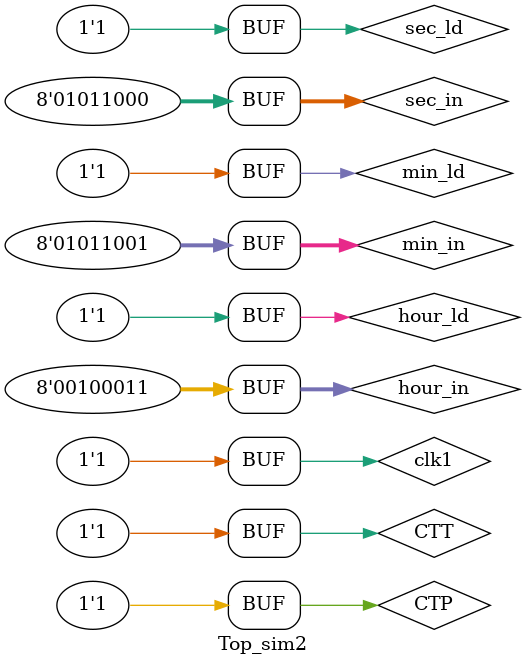
<source format=v>
`timescale 1ns / 1ps


module Top_sim2;

	// Inputs
	reg clk1;
	reg CTT;
	reg CTP;
	reg [7:0] hour_in;
	reg [7:0] min_in;
	reg [7:0] sec_in;
	reg hour_ld;
	reg min_ld;
	reg sec_ld;

	// Outputs
	wire clk;
	wire [23:0] num;
	wire SEG_CLK;
	wire SEG_DT;
	wire [63:0] disp_num;

	// Instantiate the Unit Under Test (UUT)
	Top uut (
		.clk1(clk1), 
		.CTT(CTT), 
		.CTP(CTP), 
		.hour_in(hour_in), 
		.min_in(min_in), 
		.sec_in(sec_in), 
		.hour_ld(hour_ld), 
		.min_ld(min_ld), 
		.sec_ld(sec_ld), 
		.clk(clk), 
		.num(num), 
		.SEG_CLK(SEG_CLK), 
		.SEG_DT(SEG_DT), 
		.disp_num(disp_num)
	);

	initial begin
		// Initialize Inputs
		clk1 = 0;
		CTT = 0;
		CTP = 0;
		hour_in = 0;
		min_in = 0;
		sec_in = 0;
		hour_ld = 0;
		min_ld = 0;
		sec_ld = 0;

		// Wait 100 ns for global reset to finish
		#100;
      #100;
		 CTT=0;
		 CTP=0;

		 sec_ld = 1;
		 min_ld = 1;
		 hour_ld = 1;
		 // Add stimulus here
		 hour_in[7:4]=2;
		 hour_in[3:0]=3;
		 min_in[7:4]=5;
		 min_in[3:0]=9;
		 sec_in[7:4]=5;
		 sec_in[3:0]=8;
		 CTT=0;
		 CTP=0;
		 #3000;
		 sec_ld = 0;
		 min_ld = 0;
		 hour_ld = 0;
		 #3000;
		 sec_ld = 1;
		 min_ld = 1;
		 hour_ld = 1;
		 CTT=1;
		 CTP=1;

		 end
		 always begin
			clk1=0;#10;
			clk1=1;#10;
		 end  
		// Add stimulus here

      
endmodule


</source>
